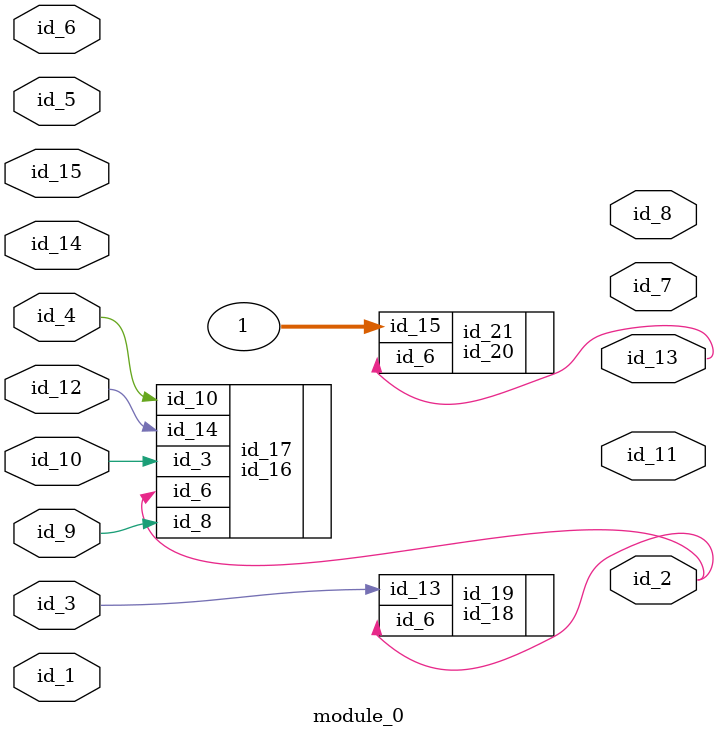
<source format=v>
`timescale 1ps / 1 ps
module module_0 (
    id_1,
    id_2,
    id_3,
    id_4,
    id_5,
    id_6,
    id_7,
    id_8,
    id_9,
    id_10,
    id_11,
    id_12,
    id_13,
    id_14,
    id_15
);
  input id_15;
  input id_14;
  output id_13;
  input id_12;
  output id_11;
  input id_10;
  input id_9;
  output id_8;
  output id_7;
  input id_6;
  input id_5;
  input id_4;
  input id_3;
  output id_2;
  input id_1;
  id_16 id_17 (
      .id_10(id_4),
      .id_14(id_12),
      .id_8 (id_5),
      .id_8 (id_9),
      .id_3 (id_10),
      .id_6 (id_2)
  );
  id_18 id_19 (
      .id_13(id_3),
      .id_6 (id_2)
  );
  id_20 id_21 (
      .id_6 (id_13),
      .id_15(1)
  );
endmodule

</source>
